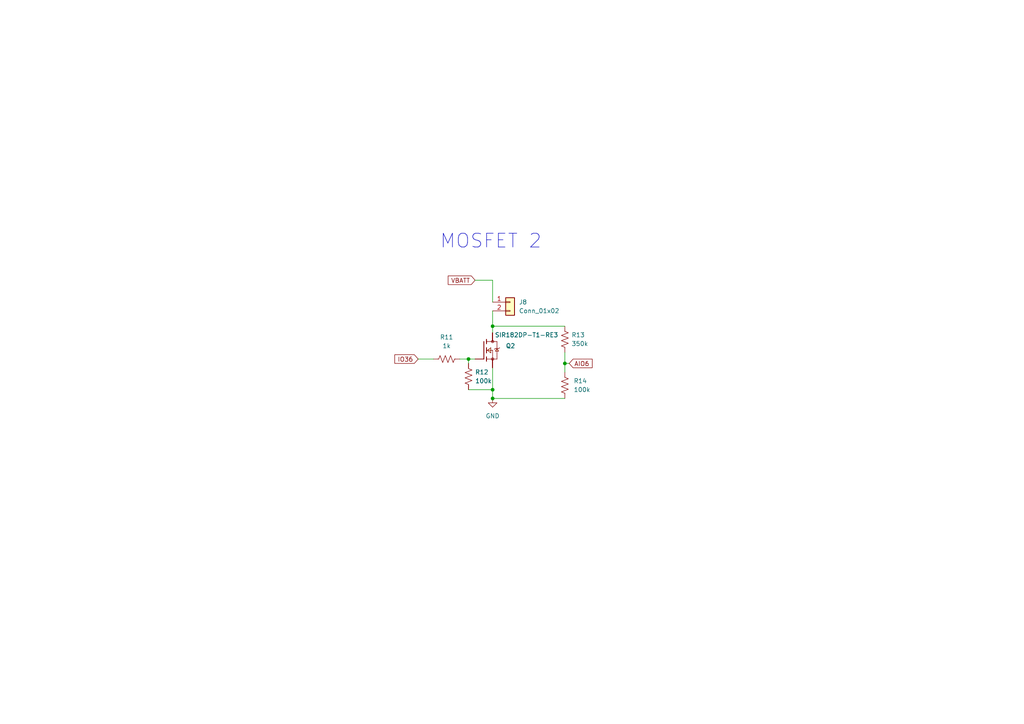
<source format=kicad_sch>
(kicad_sch (version 20211123) (generator eeschema)
  (paper "A4")
  (lib_symbols
    (symbol "Connector_Generic:Conn_01x02" (pin_names (offset 1.016) hide)
      (property "Reference" "J" (at 0 2.54 0))
      (property "Value" "Conn_01x02" (at 0 -5.08 0))
      (symbol "Conn_01x02_1_1"
        (rectangle (start -1.27 -2.413) (end 0 -2.667) (stroke (width 0.1524)))
        (rectangle (start -1.27 0.127) (end 0 -0.127) (stroke (width 0.1524)))
        (rectangle (start -1.27 1.27) (end 1.27 -3.81) (stroke (width 0.254)) (fill (type background)))
        (pin passive line (at -5.08 0 0) (length 3.81) (name "Pin_1") (number "1"))
        (pin passive line (at -5.08 -2.54 0) (length 3.81) (name "Pin_2") (number "2"))
      )
    )
    (symbol "Device:R_US" (pin_numbers hide) (pin_names (offset 0))
      (property "Reference" "R" (at 2.54 0 90))
      (property "Value" "R_US" (at -2.54 0 90))
      (symbol "R_US_0_1"
        (polyline (pts (xy 0 -2.286) (xy 0 -2.54)))
        (polyline (pts (xy 0 2.286) (xy 0 2.54)))
        (polyline (pts (xy 0 -0.762) (xy 1.016 -1.143) (xy 0 -1.524) (xy -1.016 -1.905) (xy 0 -2.286)))
        (polyline (pts (xy 0 0.762) (xy 1.016 0.381) (xy 0 0) (xy -1.016 -0.381) (xy 0 -0.762)))
        (polyline (pts (xy 0 2.286) (xy 1.016 1.905) (xy 0 1.524) (xy -1.016 1.143) (xy 0 0.762)))
      )
      (symbol "R_US_1_1"
        (pin passive line (at 0 3.81 270) (length 1.27) (name "~") (number "1"))
        (pin passive line (at 0 -3.81 90) (length 1.27) (name "~") (number "2"))
      )
    )
    (symbol "SIR182DP-T1-RE3:SIR182DP-T1-RE3" (pin_numbers hide) (pin_names (offset 1.016) hide)
      (property "Reference" "Q" (at -8.89 2.54 0))
      (property "Value" "SIR182DP-T1-RE3" (at 12.7 -3.81 0))
      (symbol "SIR182DP-T1-RE3_0_0"
        (polyline (pts (xy 0 2.54) (xy 0 -2.54)) (stroke (width 0.254)))
        (polyline (pts (xy 0.762 -2.54) (xy 0.762 -3.175)) (stroke (width 0.254)))
        (polyline (pts (xy 0.762 -1.905) (xy 0.762 -2.54)) (stroke (width 0.254)))
        (polyline (pts (xy 0.762 0) (xy 0.762 -0.762)) (stroke (width 0.254)))
        (polyline (pts (xy 0.762 0) (xy 2.54 0)) (stroke (width 0.1524)))
        (polyline (pts (xy 0.762 0.762) (xy 0.762 0)) (stroke (width 0.254)))
        (polyline (pts (xy 0.762 2.54) (xy 0.762 1.905)) (stroke (width 0.254)))
        (polyline (pts (xy 0.762 2.54) (xy 3.81 2.54)) (stroke (width 0.1524)))
        (polyline (pts (xy 0.762 3.175) (xy 0.762 2.54)) (stroke (width 0.254)))
        (polyline (pts (xy 2.54 -2.54) (xy 0.762 -2.54)) (stroke (width 0.1524)))
        (polyline (pts (xy 2.54 -2.54) (xy 3.81 -2.54)) (stroke (width 0.1524)))
        (polyline (pts (xy 2.54 0) (xy 2.54 -2.54)) (stroke (width 0.1524)))
        (polyline (pts (xy 3.302 0.508) (xy 3.048 0.254)) (stroke (width 0.1524)))
        (polyline (pts (xy 3.81 0.508) (xy 3.302 0.508)) (stroke (width 0.1524)))
        (polyline (pts (xy 3.81 0.508) (xy 3.81 -2.54)) (stroke (width 0.1524)))
        (polyline (pts (xy 3.81 2.54) (xy 3.81 0.508)) (stroke (width 0.1524)))
        (polyline (pts (xy 4.318 0.508) (xy 3.81 0.508)) (stroke (width 0.1524)))
        (polyline (pts (xy 4.572 0.762) (xy 4.318 0.508)) (stroke (width 0.1524)))
        (polyline (pts (xy 1.016 0) (xy 2.032 0.762) (xy 2.032 -0.762) (xy 1.016 0)) (stroke (width 0.1524)) (fill (type background)))
        (polyline (pts (xy 3.81 0.508) (xy 3.302 -0.254) (xy 4.318 -0.254) (xy 3.81 0.508)) (stroke (width 0.1524)) (fill (type background)))
        (circle (center 2.54 -2.54) (radius 0.3556))
        (circle (center 2.54 2.54) (radius 0.3556))
        (pin passive line (at 2.54 -5.08 90) (length 2.54) (name "~") (number "1"))
        (pin passive line (at 2.54 -5.08 90) (length 2.54) (name "~") (number "2"))
        (pin passive line (at 2.54 -5.08 90) (length 2.54) (name "~") (number "3"))
        (pin passive line (at -2.54 -2.54 0) (length 2.54) (name "~") (number "4"))
        (pin passive line (at 2.54 5.08 270) (length 2.54) (name "~") (number "5"))
        (pin passive line (at 2.54 5.08 270) (length 2.54) (name "~") (number "6"))
        (pin passive line (at 2.54 5.08 270) (length 2.54) (name "~") (number "7"))
        (pin passive line (at 2.54 5.08 270) (length 2.54) (name "~") (number "8"))
        (pin passive line (at 2.54 5.08 270) (length 2.54) (name "~") (number "9"))
      )
    )
    (symbol "power:GND" (power) (pin_names (offset 0))
      (property "Value" "GND" (at 0 -3.81 0))
      (symbol "GND_0_1"
        (polyline (pts (xy 0 0) (xy 0 -1.27) (xy 1.27 -1.27) (xy 0 -2.54) (xy -1.27 -1.27) (xy 0 -1.27)))
      )
      (symbol "GND_1_1"
        (pin power_in line (at 0 0 270) (length 0) hide (name "GND") (number "1"))
      )
    )
  )
  (junction (at 142.875 94.615))
  (junction (at 135.89 104.14))
  (junction (at 142.875 113.03))
  (junction (at 142.875 115.57))
  (junction (at 163.83 105.41))
  (wire (pts (xy 163.83 105.41) (xy 163.83 107.95)))
  (wire (pts (xy 142.875 94.615) (xy 163.83 94.615)))
  (wire (pts (xy 163.83 102.235) (xy 163.83 105.41)))
  (wire (pts (xy 135.89 104.14) (xy 137.795 104.14)))
  (wire (pts (xy 142.875 90.17) (xy 142.875 94.615)))
  (wire (pts (xy 142.875 94.615) (xy 142.875 96.52)))
  (wire (pts (xy 142.875 113.03) (xy 142.875 115.57)))
  (wire (pts (xy 135.89 104.14) (xy 135.89 105.41)))
  (wire (pts (xy 163.83 105.41) (xy 165.1 105.41)))
  (wire (pts (xy 163.83 115.57) (xy 142.875 115.57)))
  (wire (pts (xy 137.795 81.28) (xy 142.875 81.28)))
  (wire (pts (xy 133.35 104.14) (xy 135.89 104.14)))
  (wire (pts (xy 121.285 104.14) (xy 125.73 104.14)))
  (wire (pts (xy 142.875 81.28) (xy 142.875 87.63)))
  (wire (pts (xy 135.89 113.03) (xy 142.875 113.03)))
  (wire (pts (xy 142.875 106.68) (xy 142.875 113.03)))
  (text " MOSFET 2" (at 124.46 72.39 0) (effects (font (size 4 4)) (justify left bottom)))
  (global_label "VBATT" (shape input) (at 137.795 81.28 180) (property "Intersheet References" "${INTERSHEET_REFS}" (effects hide)))
  (global_label "AIO6" (shape input) (at 165.1 105.41 0) (property "Intersheet References" "${INTERSHEET_REFS}" (effects hide)))
  (global_label "IO36" (shape input) (at 121.285 104.14 180) (property "Intersheet References" "${INTERSHEET_REFS}" (effects hide)))
  (symbol (lib_id "SIR182DP-T1-RE3:SIR182DP-T1-RE3") (at 140.335 101.6 0) (unit 1)
    (property "Reference" "Q2" (at 146.685 100.3299 0) (effects (justify left)))
    (property "Value" "SIR182DP-T1-RE3" (at 143.51 97.155 0) (effects (justify left)))
    (property "Footprint" "Global Footprints:TRANS_SIR182DP-T1-RE3" (effects hide))
    (property "PARTREV" "B" (effects hide))
    (property "MF" "Vishay" (effects hide))
    (property "STANDARD" "Manufacturer Recommendations" (effects hide))
  )
  (symbol (lib_id "Device:R_US") (at 163.83 111.76 0) (unit 1)
    (property "Reference" "R14" (at 166.37 110.4899 0) (effects (justify left)))
    (property "Value" "100k" (at 166.37 113.0299 0) (effects (justify left)))
    (property "Footprint" "Resistor_SMD:R_0603_1608Metric" (effects hide))
  )
  (symbol (lib_id "Device:R_US") (at 163.83 98.425 180) (unit 1)
    (property "Reference" "R13" (at 165.735 97.1549 0) (effects (justify right)))
    (property "Value" "350k" (at 165.735 99.6949 0) (effects (justify right)))
    (property "Footprint" "Resistor_SMD:R_0603_1608Metric" (effects hide))
  )
  (symbol (lib_id "power:GND") (at 142.875 115.57 0) (unit 1)
    (property "Reference" "#PWR0101" (effects hide))
    (property "Value" "GND" (at 142.875 120.65 0))
  )
  (symbol (lib_id "Device:R_US") (at 135.89 109.22 180) (unit 1)
    (property "Reference" "R12" (at 137.795 107.9499 0) (effects (justify right)))
    (property "Value" "100k" (at 137.795 110.4899 0) (effects (justify right)))
    (property "Footprint" "Resistor_SMD:R_0603_1608Metric" (effects hide))
  )
  (symbol (lib_id "Device:R_US") (at 129.54 104.14 270) (unit 1)
    (property "Reference" "R11" (at 129.54 97.79 90))
    (property "Value" "1k" (at 129.54 100.33 90))
    (property "Footprint" "Resistor_SMD:R_0603_1608Metric" (effects hide))
  )
  (symbol (lib_id "Connector_Generic:Conn_01x02") (at 147.955 87.63 0) (unit 1)
    (property "Reference" "J8" (at 150.495 87.6299 0) (effects (justify left)))
    (property "Value" "Conn_01x02" (at 150.495 90.1699 0) (effects (justify left)))
    (property "Footprint" "Global Footprints:OSTT7020150" (effects hide))
  )
)
</source>
